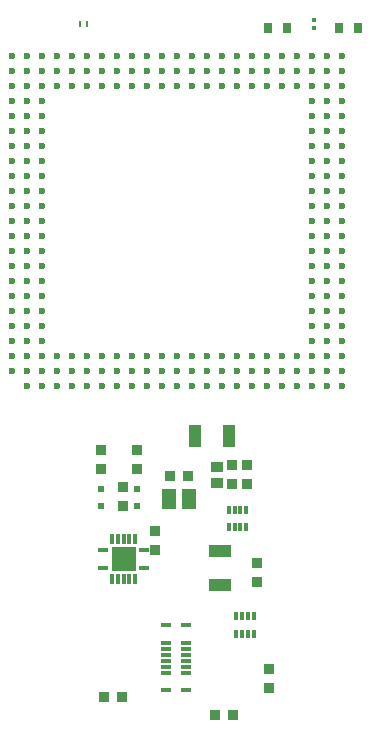
<source format=gbr>
%TF.GenerationSoftware,Altium Limited,Altium Designer,23.7.1 (13)*%
G04 Layer_Color=8421504*
%FSLAX45Y45*%
%MOMM*%
%TF.SameCoordinates,13906D11-38DA-49B6-AFB5-B3B90C62E25A*%
%TF.FilePolarity,Positive*%
%TF.FileFunction,Paste,Top*%
%TF.Part,Single*%
G01*
G75*
%TA.AperFunction,SMDPad,CuDef*%
%ADD10R,1.02000X1.92000*%
%ADD11R,0.30000X0.67000*%
%ADD12R,2.15000X2.15000*%
%ADD13R,0.30000X0.90000*%
%ADD14R,0.90000X0.30000*%
%ADD15R,0.60000X0.60000*%
%ADD16R,1.92000X1.02000*%
%TA.AperFunction,BGAPad,CuDef*%
%ADD17C,0.60000*%
%TA.AperFunction,SMDPad,CuDef*%
%ADD18R,0.25000X0.50000*%
%ADD19R,0.80000X0.90000*%
%ADD20R,0.42000X0.46000*%
%ADD21R,0.95000X0.85000*%
%ADD22R,0.87000X0.30000*%
%ADD23R,1.25000X1.80000*%
%ADD24R,0.85000X0.95000*%
%ADD25R,0.99000X0.81000*%
D10*
X9581100Y5648960D02*
D03*
X9291100D02*
D03*
D11*
X9577000Y4879000D02*
D03*
X9627000D02*
D03*
X9677000D02*
D03*
X9727000D02*
D03*
Y5027000D02*
D03*
X9677000D02*
D03*
X9627000D02*
D03*
X9577000D02*
D03*
X9790500Y4125300D02*
D03*
X9740500D02*
D03*
X9690500D02*
D03*
X9640500D02*
D03*
Y3977300D02*
D03*
X9690500D02*
D03*
X9790500D02*
D03*
X9740500D02*
D03*
D12*
X8686800Y4610100D02*
D03*
D13*
X8786800Y4440100D02*
D03*
X8736800D02*
D03*
X8686800D02*
D03*
X8636800D02*
D03*
X8586800D02*
D03*
Y4780100D02*
D03*
X8636800D02*
D03*
X8686800D02*
D03*
X8736800D02*
D03*
X8786800D02*
D03*
D14*
X8516800Y4535100D02*
D03*
Y4685100D02*
D03*
X8856800D02*
D03*
Y4535100D02*
D03*
D15*
X8498840Y5060800D02*
D03*
Y5200800D02*
D03*
X8803640D02*
D03*
Y5060800D02*
D03*
D16*
X9499600Y4678900D02*
D03*
Y4388900D02*
D03*
D17*
X10540000Y8864600D02*
D03*
Y8737600D02*
D03*
Y8610600D02*
D03*
Y8483600D02*
D03*
Y8356600D02*
D03*
Y8229600D02*
D03*
Y8102600D02*
D03*
Y7975600D02*
D03*
Y7848600D02*
D03*
Y7721600D02*
D03*
Y7594600D02*
D03*
Y7467600D02*
D03*
Y7340600D02*
D03*
Y7213600D02*
D03*
Y7086600D02*
D03*
Y6959600D02*
D03*
Y6832600D02*
D03*
Y6705600D02*
D03*
Y6578600D02*
D03*
Y6451600D02*
D03*
Y6324600D02*
D03*
Y6197600D02*
D03*
Y6070600D02*
D03*
X10413000Y8864600D02*
D03*
Y8737600D02*
D03*
Y8610600D02*
D03*
Y8483600D02*
D03*
Y8356600D02*
D03*
Y8229600D02*
D03*
Y8102600D02*
D03*
Y7975600D02*
D03*
Y7848600D02*
D03*
Y7721600D02*
D03*
Y7594600D02*
D03*
Y7467600D02*
D03*
Y7340600D02*
D03*
Y7213600D02*
D03*
Y7086600D02*
D03*
Y6959600D02*
D03*
Y6832600D02*
D03*
Y6705600D02*
D03*
Y6578600D02*
D03*
Y6451600D02*
D03*
Y6324600D02*
D03*
Y6197600D02*
D03*
Y6070600D02*
D03*
X10286000Y8864600D02*
D03*
Y8737600D02*
D03*
Y8610600D02*
D03*
Y8483600D02*
D03*
Y8356600D02*
D03*
Y8229600D02*
D03*
Y8102600D02*
D03*
Y7975600D02*
D03*
Y7848600D02*
D03*
Y7721600D02*
D03*
Y7594600D02*
D03*
Y7467600D02*
D03*
Y7340600D02*
D03*
Y7213600D02*
D03*
Y7086600D02*
D03*
Y6959600D02*
D03*
Y6832600D02*
D03*
Y6705600D02*
D03*
Y6578600D02*
D03*
Y6451600D02*
D03*
Y6324600D02*
D03*
Y6197600D02*
D03*
Y6070600D02*
D03*
X10159000Y8864600D02*
D03*
Y8737600D02*
D03*
Y8610600D02*
D03*
Y6324600D02*
D03*
Y6197600D02*
D03*
Y6070600D02*
D03*
X10032000Y8864600D02*
D03*
Y8737600D02*
D03*
Y8610600D02*
D03*
Y6324600D02*
D03*
Y6197600D02*
D03*
Y6070600D02*
D03*
X9905000Y8864600D02*
D03*
Y8737600D02*
D03*
Y8610600D02*
D03*
Y6324600D02*
D03*
Y6197600D02*
D03*
Y6070600D02*
D03*
X9778000Y8864600D02*
D03*
Y8737600D02*
D03*
Y8610600D02*
D03*
Y6324600D02*
D03*
Y6197600D02*
D03*
Y6070600D02*
D03*
X9651000Y8864600D02*
D03*
Y8737600D02*
D03*
Y8610600D02*
D03*
Y6324600D02*
D03*
Y6197600D02*
D03*
Y6070600D02*
D03*
X9524000Y8864600D02*
D03*
Y8737600D02*
D03*
Y8610600D02*
D03*
Y6324600D02*
D03*
Y6197600D02*
D03*
Y6070600D02*
D03*
X9397000Y8864600D02*
D03*
Y8737600D02*
D03*
Y8610600D02*
D03*
Y6324600D02*
D03*
Y6197600D02*
D03*
Y6070600D02*
D03*
X9270000Y8864600D02*
D03*
Y8737600D02*
D03*
Y8610600D02*
D03*
Y6324600D02*
D03*
Y6197600D02*
D03*
Y6070600D02*
D03*
X9143000Y8864600D02*
D03*
Y8737600D02*
D03*
Y8610600D02*
D03*
Y6324600D02*
D03*
Y6197600D02*
D03*
Y6070600D02*
D03*
X9016000Y8864600D02*
D03*
Y8737600D02*
D03*
Y8610600D02*
D03*
Y6324600D02*
D03*
Y6197600D02*
D03*
Y6070600D02*
D03*
X8889000Y8864600D02*
D03*
Y8737600D02*
D03*
Y8610600D02*
D03*
Y6324600D02*
D03*
Y6197600D02*
D03*
Y6070600D02*
D03*
X8762000Y8864600D02*
D03*
Y8737600D02*
D03*
Y8610600D02*
D03*
Y6324600D02*
D03*
Y6197600D02*
D03*
Y6070600D02*
D03*
X8635000Y8864600D02*
D03*
Y8737600D02*
D03*
Y8610600D02*
D03*
Y6324600D02*
D03*
Y6197600D02*
D03*
Y6070600D02*
D03*
X8508000Y8864600D02*
D03*
Y8737600D02*
D03*
Y8610600D02*
D03*
Y6324600D02*
D03*
Y6197600D02*
D03*
Y6070600D02*
D03*
X8381000Y8864600D02*
D03*
Y8737600D02*
D03*
Y8610600D02*
D03*
Y6324600D02*
D03*
Y6197600D02*
D03*
Y6070600D02*
D03*
X8254000Y8864600D02*
D03*
Y8737600D02*
D03*
Y8610600D02*
D03*
Y6324600D02*
D03*
Y6197600D02*
D03*
Y6070600D02*
D03*
X8127000Y8864600D02*
D03*
Y8737600D02*
D03*
Y8610600D02*
D03*
Y6324600D02*
D03*
Y6197600D02*
D03*
Y6070600D02*
D03*
X8000000Y8864600D02*
D03*
Y8737600D02*
D03*
Y8610600D02*
D03*
Y8483600D02*
D03*
Y8356600D02*
D03*
Y8229600D02*
D03*
Y8102600D02*
D03*
Y7975600D02*
D03*
Y7848600D02*
D03*
Y7721600D02*
D03*
Y7594600D02*
D03*
Y7467600D02*
D03*
Y7340600D02*
D03*
Y7213600D02*
D03*
Y7086600D02*
D03*
Y6959600D02*
D03*
Y6832600D02*
D03*
Y6705600D02*
D03*
Y6578600D02*
D03*
Y6451600D02*
D03*
Y6324600D02*
D03*
Y6197600D02*
D03*
Y6070600D02*
D03*
X7873000Y8864600D02*
D03*
Y8737600D02*
D03*
Y8610600D02*
D03*
Y8483600D02*
D03*
Y8356600D02*
D03*
Y8229600D02*
D03*
Y8102600D02*
D03*
Y7975600D02*
D03*
Y7848600D02*
D03*
Y7721600D02*
D03*
Y7594600D02*
D03*
Y7467600D02*
D03*
Y7340600D02*
D03*
Y7213600D02*
D03*
Y7086600D02*
D03*
Y6959600D02*
D03*
Y6832600D02*
D03*
Y6705600D02*
D03*
Y6578600D02*
D03*
Y6451600D02*
D03*
Y6324600D02*
D03*
Y6197600D02*
D03*
Y6070600D02*
D03*
X7746000Y8864600D02*
D03*
Y8737600D02*
D03*
Y8610600D02*
D03*
Y8483600D02*
D03*
Y8356600D02*
D03*
Y8229600D02*
D03*
Y8102600D02*
D03*
Y7975600D02*
D03*
Y7848600D02*
D03*
Y7721600D02*
D03*
Y7594600D02*
D03*
Y7467600D02*
D03*
Y7340600D02*
D03*
Y7213600D02*
D03*
Y7086600D02*
D03*
Y6959600D02*
D03*
Y6832600D02*
D03*
Y6705600D02*
D03*
Y6578600D02*
D03*
Y6451600D02*
D03*
Y6324600D02*
D03*
Y6197600D02*
D03*
D18*
X8381480Y9138920D02*
D03*
X8316480D02*
D03*
D19*
X10067280Y9103360D02*
D03*
X9907280D02*
D03*
X10671800D02*
D03*
X10511800D02*
D03*
D20*
X10299700Y9169380D02*
D03*
Y9103380D02*
D03*
D21*
X8498840Y5528300D02*
D03*
Y5368300D02*
D03*
X8803640D02*
D03*
Y5528300D02*
D03*
X8956040Y4685040D02*
D03*
Y4845040D02*
D03*
X8684260Y5060960D02*
D03*
Y5220960D02*
D03*
X9728200Y5401300D02*
D03*
Y5241300D02*
D03*
X9601200D02*
D03*
Y5401300D02*
D03*
X9817100Y4575800D02*
D03*
Y4415800D02*
D03*
X9918700Y3674100D02*
D03*
Y3514100D02*
D03*
D22*
X9217800Y3496900D02*
D03*
Y3646900D02*
D03*
Y3696900D02*
D03*
Y3746900D02*
D03*
Y3796900D02*
D03*
Y3846900D02*
D03*
Y3896900D02*
D03*
Y4046900D02*
D03*
X9044800D02*
D03*
Y3896900D02*
D03*
Y3846900D02*
D03*
Y3796900D02*
D03*
Y3746900D02*
D03*
Y3696900D02*
D03*
Y3646900D02*
D03*
Y3496900D02*
D03*
D23*
X9241700Y5118100D02*
D03*
X9071700D02*
D03*
D24*
X9236700Y5308600D02*
D03*
X9076700D02*
D03*
X9617700Y3289300D02*
D03*
X9457700D02*
D03*
X8677900Y3441700D02*
D03*
X8517900D02*
D03*
D25*
X9474200Y5252300D02*
D03*
Y5390300D02*
D03*
%TF.MD5,2ee03139b812f3b99ae995247ca3a51e*%
M02*

</source>
